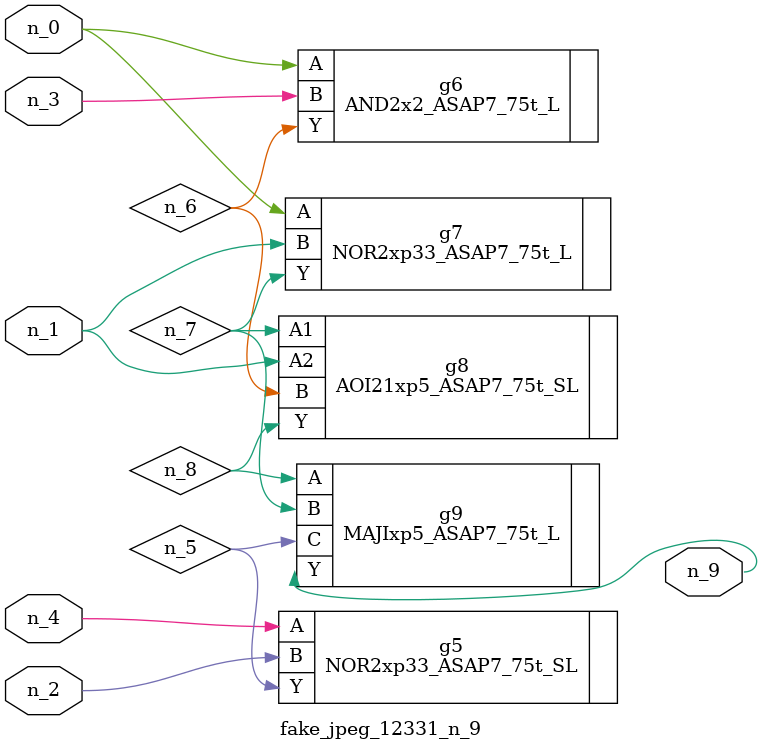
<source format=v>
module fake_jpeg_12331_n_9 (n_3, n_2, n_1, n_0, n_4, n_9);

input n_3;
input n_2;
input n_1;
input n_0;
input n_4;

output n_9;

wire n_8;
wire n_6;
wire n_5;
wire n_7;

NOR2xp33_ASAP7_75t_SL g5 ( 
.A(n_4),
.B(n_2),
.Y(n_5)
);

AND2x2_ASAP7_75t_L g6 ( 
.A(n_0),
.B(n_3),
.Y(n_6)
);

NOR2xp33_ASAP7_75t_L g7 ( 
.A(n_0),
.B(n_1),
.Y(n_7)
);

AOI21xp5_ASAP7_75t_SL g8 ( 
.A1(n_7),
.A2(n_1),
.B(n_6),
.Y(n_8)
);

MAJIxp5_ASAP7_75t_L g9 ( 
.A(n_8),
.B(n_7),
.C(n_5),
.Y(n_9)
);


endmodule
</source>
